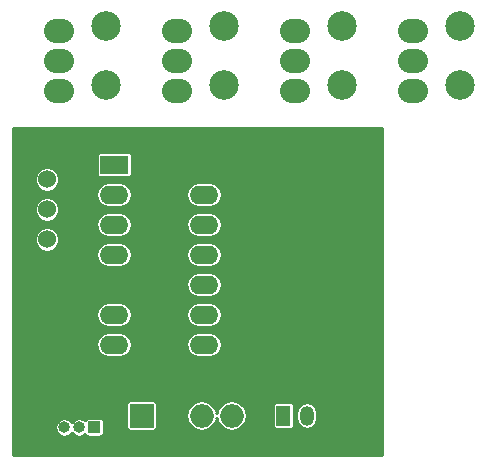
<source format=gbr>
G04 #@! TF.FileFunction,Copper,L2,Bot,Signal*
%FSLAX46Y46*%
G04 Gerber Fmt 4.6, Leading zero omitted, Abs format (unit mm)*
G04 Created by KiCad (PCBNEW 4.0.6) date Mon Jun  5 21:20:38 2017*
%MOMM*%
%LPD*%
G01*
G04 APERTURE LIST*
%ADD10C,0.100000*%
%ADD11C,2.500000*%
%ADD12O,1.998980X1.998980*%
%ADD13R,1.998980X1.998980*%
%ADD14R,1.000000X1.000000*%
%ADD15O,1.000000X1.000000*%
%ADD16R,1.200000X1.700000*%
%ADD17O,1.200000X1.700000*%
%ADD18O,2.540000X2.032000*%
%ADD19C,1.524000*%
%ADD20R,2.400000X1.600000*%
%ADD21O,2.400000X1.600000*%
%ADD22C,0.685800*%
%ADD23C,0.254000*%
G04 APERTURE END LIST*
D10*
D11*
X185000000Y-60000000D03*
X195000000Y-60000000D03*
X205000000Y-60000000D03*
X215000000Y-60000000D03*
D12*
X195620000Y-93000000D03*
D13*
X188000000Y-93000000D03*
D12*
X190540000Y-93000000D03*
X193080000Y-93000000D03*
D14*
X184000000Y-94000000D03*
D15*
X182730000Y-94000000D03*
X181460000Y-94000000D03*
X180190000Y-94000000D03*
D16*
X200000000Y-93000000D03*
D17*
X202000000Y-93000000D03*
D18*
X181000000Y-63000000D03*
X181000000Y-60460000D03*
X181000000Y-65540000D03*
X191000000Y-63000000D03*
X191000000Y-60460000D03*
X191000000Y-65540000D03*
X201000000Y-63000000D03*
X201000000Y-60460000D03*
X201000000Y-65540000D03*
X211000000Y-63000000D03*
X211000000Y-60460000D03*
X211000000Y-65540000D03*
D19*
X180000000Y-75540000D03*
X180000000Y-78080000D03*
X180000000Y-73000000D03*
D20*
X185674000Y-71755000D03*
D21*
X193294000Y-86995000D03*
X185674000Y-74295000D03*
X193294000Y-84455000D03*
X185674000Y-76835000D03*
X193294000Y-81915000D03*
X185674000Y-79375000D03*
X193294000Y-79375000D03*
X185674000Y-81915000D03*
X193294000Y-76835000D03*
X185674000Y-84455000D03*
X193294000Y-74295000D03*
X185674000Y-86995000D03*
X193294000Y-71755000D03*
D11*
X215000000Y-65000000D03*
X205000000Y-65000000D03*
X195000000Y-65000000D03*
X185000000Y-65000000D03*
D22*
X191000000Y-91000000D03*
X205500000Y-71500000D03*
X204500000Y-79500000D03*
X204000000Y-85000000D03*
X178500000Y-91000000D03*
X179000000Y-94000000D03*
X197000000Y-85000000D03*
D23*
X190540000Y-91460000D02*
X191000000Y-91000000D01*
X190540000Y-93000000D02*
X190540000Y-91460000D01*
X177127000Y-68627000D02*
X208373000Y-68627000D01*
X177127000Y-68830200D02*
X208373000Y-68830200D01*
X177127000Y-69033400D02*
X208373000Y-69033400D01*
X177127000Y-69236600D02*
X208373000Y-69236600D01*
X177127000Y-69439800D02*
X208373000Y-69439800D01*
X177127000Y-69643000D02*
X208373000Y-69643000D01*
X177127000Y-69846200D02*
X208373000Y-69846200D01*
X177127000Y-70049400D02*
X208373000Y-70049400D01*
X177127000Y-70252600D02*
X208373000Y-70252600D01*
X177127000Y-70455800D02*
X208373000Y-70455800D01*
X177127000Y-70659000D02*
X208373000Y-70659000D01*
X177127000Y-70862200D02*
X184207920Y-70862200D01*
X187141412Y-70862200D02*
X208373000Y-70862200D01*
X177127000Y-71065400D02*
X184189127Y-71065400D01*
X187158873Y-71065400D02*
X208373000Y-71065400D01*
X177127000Y-71268600D02*
X184189127Y-71268600D01*
X187158873Y-71268600D02*
X208373000Y-71268600D01*
X177127000Y-71471800D02*
X184189127Y-71471800D01*
X187158873Y-71471800D02*
X208373000Y-71471800D01*
X177127000Y-71675000D02*
X184189127Y-71675000D01*
X187158873Y-71675000D02*
X208373000Y-71675000D01*
X177127000Y-71878200D02*
X184189127Y-71878200D01*
X187158873Y-71878200D02*
X208373000Y-71878200D01*
X177127000Y-72081400D02*
X179496127Y-72081400D01*
X180503355Y-72081400D02*
X184189127Y-72081400D01*
X187158873Y-72081400D02*
X208373000Y-72081400D01*
X177127000Y-72284600D02*
X179242601Y-72284600D01*
X180757327Y-72284600D02*
X184189127Y-72284600D01*
X187158873Y-72284600D02*
X208373000Y-72284600D01*
X177127000Y-72487800D02*
X179085073Y-72487800D01*
X180915160Y-72487800D02*
X184189127Y-72487800D01*
X187158873Y-72487800D02*
X208373000Y-72487800D01*
X177127000Y-72691000D02*
X179000697Y-72691000D01*
X180999120Y-72691000D02*
X184229497Y-72691000D01*
X187119232Y-72691000D02*
X208373000Y-72691000D01*
X177127000Y-72894200D02*
X178958692Y-72894200D01*
X181041492Y-72894200D02*
X208373000Y-72894200D01*
X177127000Y-73097400D02*
X178958515Y-73097400D01*
X181041315Y-73097400D02*
X208373000Y-73097400D01*
X177127000Y-73300600D02*
X178997409Y-73300600D01*
X181002791Y-73300600D02*
X184827705Y-73300600D01*
X186520296Y-73300600D02*
X192447705Y-73300600D01*
X194140296Y-73300600D02*
X208373000Y-73300600D01*
X177127000Y-73503800D02*
X179081369Y-73503800D01*
X180918415Y-73503800D02*
X184523595Y-73503800D01*
X186824406Y-73503800D02*
X192143595Y-73503800D01*
X194444406Y-73503800D02*
X208373000Y-73503800D01*
X177127000Y-73707000D02*
X179234288Y-73707000D01*
X180765813Y-73707000D02*
X184364667Y-73707000D01*
X186983334Y-73707000D02*
X191984667Y-73707000D01*
X194603334Y-73707000D02*
X208373000Y-73707000D01*
X177127000Y-73910200D02*
X179476415Y-73910200D01*
X180524203Y-73910200D02*
X184242159Y-73910200D01*
X187105842Y-73910200D02*
X191862159Y-73910200D01*
X194725842Y-73910200D02*
X208373000Y-73910200D01*
X177127000Y-74113400D02*
X184201740Y-74113400D01*
X187146261Y-74113400D02*
X191821740Y-74113400D01*
X194766261Y-74113400D02*
X208373000Y-74113400D01*
X177127000Y-74316600D02*
X184169913Y-74316600D01*
X187178086Y-74316600D02*
X191789913Y-74316600D01*
X194798086Y-74316600D02*
X208373000Y-74316600D01*
X177127000Y-74519800D02*
X179742019Y-74519800D01*
X180258676Y-74519800D02*
X184210332Y-74519800D01*
X187137667Y-74519800D02*
X191830332Y-74519800D01*
X194757667Y-74519800D02*
X208373000Y-74519800D01*
X177127000Y-74723000D02*
X179344379Y-74723000D01*
X180655904Y-74723000D02*
X184257758Y-74723000D01*
X187090241Y-74723000D02*
X191877758Y-74723000D01*
X194710241Y-74723000D02*
X208373000Y-74723000D01*
X177127000Y-74926200D02*
X179140824Y-74926200D01*
X180858749Y-74926200D02*
X184393532Y-74926200D01*
X186954467Y-74926200D02*
X192013532Y-74926200D01*
X194574467Y-74926200D02*
X208373000Y-74926200D01*
X177127000Y-75129400D02*
X179042885Y-75129400D01*
X180957140Y-75129400D02*
X184588247Y-75129400D01*
X186759752Y-75129400D02*
X192208247Y-75129400D01*
X194379752Y-75129400D02*
X208373000Y-75129400D01*
X177127000Y-75332600D02*
X178958781Y-75332600D01*
X181041100Y-75332600D02*
X185034873Y-75332600D01*
X186313126Y-75332600D02*
X192654873Y-75332600D01*
X193933126Y-75332600D02*
X208373000Y-75332600D01*
X177127000Y-75535800D02*
X178958604Y-75535800D01*
X181041403Y-75535800D02*
X208373000Y-75535800D01*
X177127000Y-75739000D02*
X178958427Y-75739000D01*
X181041226Y-75739000D02*
X208373000Y-75739000D01*
X177127000Y-75942200D02*
X179039389Y-75942200D01*
X180960603Y-75942200D02*
X184675650Y-75942200D01*
X186672351Y-75942200D02*
X192295650Y-75942200D01*
X194292351Y-75942200D02*
X208373000Y-75942200D01*
X177127000Y-76145400D02*
X179132865Y-76145400D01*
X180867591Y-76145400D02*
X184432554Y-76145400D01*
X186915447Y-76145400D02*
X192052554Y-76145400D01*
X194535447Y-76145400D02*
X208373000Y-76145400D01*
X177127000Y-76348600D02*
X179335711Y-76348600D01*
X180664036Y-76348600D02*
X184296780Y-76348600D01*
X187051221Y-76348600D02*
X191916780Y-76348600D01*
X194671221Y-76348600D02*
X208373000Y-76348600D01*
X177127000Y-76551800D02*
X179721095Y-76551800D01*
X180278311Y-76551800D02*
X184221949Y-76551800D01*
X187126052Y-76551800D02*
X191841949Y-76551800D01*
X194746052Y-76551800D02*
X208373000Y-76551800D01*
X177127000Y-76755000D02*
X184181530Y-76755000D01*
X187166471Y-76755000D02*
X191801530Y-76755000D01*
X194786471Y-76755000D02*
X208373000Y-76755000D01*
X177127000Y-76958200D02*
X184190122Y-76958200D01*
X187157877Y-76958200D02*
X191810122Y-76958200D01*
X194777877Y-76958200D02*
X208373000Y-76958200D01*
X177127000Y-77161400D02*
X179496127Y-77161400D01*
X180503355Y-77161400D02*
X184230541Y-77161400D01*
X187117458Y-77161400D02*
X191850541Y-77161400D01*
X194737458Y-77161400D02*
X208373000Y-77161400D01*
X177127000Y-77364600D02*
X179242601Y-77364600D01*
X180757327Y-77364600D02*
X184325645Y-77364600D01*
X187022354Y-77364600D02*
X191945645Y-77364600D01*
X194642354Y-77364600D02*
X208373000Y-77364600D01*
X177127000Y-77567800D02*
X179085073Y-77567800D01*
X180915160Y-77567800D02*
X184461419Y-77567800D01*
X186886580Y-77567800D02*
X192081419Y-77567800D01*
X194506580Y-77567800D02*
X208373000Y-77567800D01*
X177127000Y-77771000D02*
X179000697Y-77771000D01*
X180999120Y-77771000D02*
X184740302Y-77771000D01*
X186607697Y-77771000D02*
X192360302Y-77771000D01*
X194227697Y-77771000D02*
X208373000Y-77771000D01*
X177127000Y-77974200D02*
X178958692Y-77974200D01*
X181041492Y-77974200D02*
X208373000Y-77974200D01*
X177127000Y-78177400D02*
X178958515Y-78177400D01*
X181041315Y-78177400D02*
X208373000Y-78177400D01*
X177127000Y-78380600D02*
X178997409Y-78380600D01*
X181002791Y-78380600D02*
X184827705Y-78380600D01*
X186520296Y-78380600D02*
X192447705Y-78380600D01*
X194140296Y-78380600D02*
X208373000Y-78380600D01*
X177127000Y-78583800D02*
X179081369Y-78583800D01*
X180918415Y-78583800D02*
X184523595Y-78583800D01*
X186824406Y-78583800D02*
X192143595Y-78583800D01*
X194444406Y-78583800D02*
X208373000Y-78583800D01*
X177127000Y-78787000D02*
X179234288Y-78787000D01*
X180765813Y-78787000D02*
X184364667Y-78787000D01*
X186983334Y-78787000D02*
X191984667Y-78787000D01*
X194603334Y-78787000D02*
X208373000Y-78787000D01*
X177127000Y-78990200D02*
X179476415Y-78990200D01*
X180524203Y-78990200D02*
X184242159Y-78990200D01*
X187105842Y-78990200D02*
X191862159Y-78990200D01*
X194725842Y-78990200D02*
X208373000Y-78990200D01*
X177127000Y-79193400D02*
X184201740Y-79193400D01*
X187146261Y-79193400D02*
X191821740Y-79193400D01*
X194766261Y-79193400D02*
X208373000Y-79193400D01*
X177127000Y-79396600D02*
X184169913Y-79396600D01*
X187178086Y-79396600D02*
X191789913Y-79396600D01*
X194798086Y-79396600D02*
X208373000Y-79396600D01*
X177127000Y-79599800D02*
X184210332Y-79599800D01*
X187137667Y-79599800D02*
X191830332Y-79599800D01*
X194757667Y-79599800D02*
X208373000Y-79599800D01*
X177127000Y-79803000D02*
X184257758Y-79803000D01*
X187090241Y-79803000D02*
X191877758Y-79803000D01*
X194710241Y-79803000D02*
X208373000Y-79803000D01*
X177127000Y-80006200D02*
X184393532Y-80006200D01*
X186954467Y-80006200D02*
X192013532Y-80006200D01*
X194574467Y-80006200D02*
X208373000Y-80006200D01*
X177127000Y-80209400D02*
X184588247Y-80209400D01*
X186759752Y-80209400D02*
X192208247Y-80209400D01*
X194379752Y-80209400D02*
X208373000Y-80209400D01*
X177127000Y-80412600D02*
X185034873Y-80412600D01*
X186313126Y-80412600D02*
X192654873Y-80412600D01*
X193933126Y-80412600D02*
X208373000Y-80412600D01*
X177127000Y-80615800D02*
X208373000Y-80615800D01*
X177127000Y-80819000D02*
X208373000Y-80819000D01*
X177127000Y-81022200D02*
X192295650Y-81022200D01*
X194292351Y-81022200D02*
X208373000Y-81022200D01*
X177127000Y-81225400D02*
X192052554Y-81225400D01*
X194535447Y-81225400D02*
X208373000Y-81225400D01*
X177127000Y-81428600D02*
X191916780Y-81428600D01*
X194671221Y-81428600D02*
X208373000Y-81428600D01*
X177127000Y-81631800D02*
X191841949Y-81631800D01*
X194746052Y-81631800D02*
X208373000Y-81631800D01*
X177127000Y-81835000D02*
X191801530Y-81835000D01*
X194786471Y-81835000D02*
X208373000Y-81835000D01*
X177127000Y-82038200D02*
X191810122Y-82038200D01*
X194777877Y-82038200D02*
X208373000Y-82038200D01*
X177127000Y-82241400D02*
X191850541Y-82241400D01*
X194737458Y-82241400D02*
X208373000Y-82241400D01*
X177127000Y-82444600D02*
X191945645Y-82444600D01*
X194642354Y-82444600D02*
X208373000Y-82444600D01*
X177127000Y-82647800D02*
X192081419Y-82647800D01*
X194506580Y-82647800D02*
X208373000Y-82647800D01*
X177127000Y-82851000D02*
X192360302Y-82851000D01*
X194227697Y-82851000D02*
X208373000Y-82851000D01*
X177127000Y-83054200D02*
X208373000Y-83054200D01*
X177127000Y-83257400D02*
X208373000Y-83257400D01*
X177127000Y-83460600D02*
X184827705Y-83460600D01*
X186520296Y-83460600D02*
X192447705Y-83460600D01*
X194140296Y-83460600D02*
X208373000Y-83460600D01*
X177127000Y-83663800D02*
X184523595Y-83663800D01*
X186824406Y-83663800D02*
X192143595Y-83663800D01*
X194444406Y-83663800D02*
X208373000Y-83663800D01*
X177127000Y-83867000D02*
X184364667Y-83867000D01*
X186983334Y-83867000D02*
X191984667Y-83867000D01*
X194603334Y-83867000D02*
X208373000Y-83867000D01*
X177127000Y-84070200D02*
X184242159Y-84070200D01*
X187105842Y-84070200D02*
X191862159Y-84070200D01*
X194725842Y-84070200D02*
X208373000Y-84070200D01*
X177127000Y-84273400D02*
X184201740Y-84273400D01*
X187146261Y-84273400D02*
X191821740Y-84273400D01*
X194766261Y-84273400D02*
X208373000Y-84273400D01*
X177127000Y-84476600D02*
X184169913Y-84476600D01*
X187178086Y-84476600D02*
X191789913Y-84476600D01*
X194798086Y-84476600D02*
X208373000Y-84476600D01*
X177127000Y-84679800D02*
X184210332Y-84679800D01*
X187137667Y-84679800D02*
X191830332Y-84679800D01*
X194757667Y-84679800D02*
X208373000Y-84679800D01*
X177127000Y-84883000D02*
X184257758Y-84883000D01*
X187090241Y-84883000D02*
X191877758Y-84883000D01*
X194710241Y-84883000D02*
X208373000Y-84883000D01*
X177127000Y-85086200D02*
X184393532Y-85086200D01*
X186954467Y-85086200D02*
X192013532Y-85086200D01*
X194574467Y-85086200D02*
X208373000Y-85086200D01*
X177127000Y-85289400D02*
X184588247Y-85289400D01*
X186759752Y-85289400D02*
X192208247Y-85289400D01*
X194379752Y-85289400D02*
X208373000Y-85289400D01*
X177127000Y-85492600D02*
X185034873Y-85492600D01*
X186313126Y-85492600D02*
X192654873Y-85492600D01*
X193933126Y-85492600D02*
X208373000Y-85492600D01*
X177127000Y-85695800D02*
X208373000Y-85695800D01*
X177127000Y-85899000D02*
X208373000Y-85899000D01*
X177127000Y-86102200D02*
X184675650Y-86102200D01*
X186672351Y-86102200D02*
X192295650Y-86102200D01*
X194292351Y-86102200D02*
X208373000Y-86102200D01*
X177127000Y-86305400D02*
X184432554Y-86305400D01*
X186915447Y-86305400D02*
X192052554Y-86305400D01*
X194535447Y-86305400D02*
X208373000Y-86305400D01*
X177127000Y-86508600D02*
X184296780Y-86508600D01*
X187051221Y-86508600D02*
X191916780Y-86508600D01*
X194671221Y-86508600D02*
X208373000Y-86508600D01*
X177127000Y-86711800D02*
X184221949Y-86711800D01*
X187126052Y-86711800D02*
X191841949Y-86711800D01*
X194746052Y-86711800D02*
X208373000Y-86711800D01*
X177127000Y-86915000D02*
X184181530Y-86915000D01*
X187166471Y-86915000D02*
X191801530Y-86915000D01*
X194786471Y-86915000D02*
X208373000Y-86915000D01*
X177127000Y-87118200D02*
X184190122Y-87118200D01*
X187157877Y-87118200D02*
X191810122Y-87118200D01*
X194777877Y-87118200D02*
X208373000Y-87118200D01*
X177127000Y-87321400D02*
X184230541Y-87321400D01*
X187117458Y-87321400D02*
X191850541Y-87321400D01*
X194737458Y-87321400D02*
X208373000Y-87321400D01*
X177127000Y-87524600D02*
X184325645Y-87524600D01*
X187022354Y-87524600D02*
X191945645Y-87524600D01*
X194642354Y-87524600D02*
X208373000Y-87524600D01*
X177127000Y-87727800D02*
X184461419Y-87727800D01*
X186886580Y-87727800D02*
X192081419Y-87727800D01*
X194506580Y-87727800D02*
X208373000Y-87727800D01*
X177127000Y-87931000D02*
X184740302Y-87931000D01*
X186607697Y-87931000D02*
X192360302Y-87931000D01*
X194227697Y-87931000D02*
X208373000Y-87931000D01*
X177127000Y-88134200D02*
X208373000Y-88134200D01*
X177127000Y-88337400D02*
X208373000Y-88337400D01*
X177127000Y-88540600D02*
X208373000Y-88540600D01*
X177127000Y-88743800D02*
X208373000Y-88743800D01*
X177127000Y-88947000D02*
X208373000Y-88947000D01*
X177127000Y-89150200D02*
X208373000Y-89150200D01*
X177127000Y-89353400D02*
X208373000Y-89353400D01*
X177127000Y-89556600D02*
X208373000Y-89556600D01*
X177127000Y-89759800D02*
X208373000Y-89759800D01*
X177127000Y-89963000D02*
X208373000Y-89963000D01*
X177127000Y-90166200D02*
X208373000Y-90166200D01*
X177127000Y-90369400D02*
X208373000Y-90369400D01*
X177127000Y-90572600D02*
X208373000Y-90572600D01*
X177127000Y-90775800D02*
X208373000Y-90775800D01*
X177127000Y-90979000D02*
X208373000Y-90979000D01*
X177127000Y-91182200D02*
X208373000Y-91182200D01*
X177127000Y-91385400D02*
X208373000Y-91385400D01*
X177127000Y-91588600D02*
X208373000Y-91588600D01*
X177127000Y-91791800D02*
X186808887Y-91791800D01*
X189188943Y-91791800D02*
X192699564Y-91791800D01*
X193460437Y-91791800D02*
X195239564Y-91791800D01*
X196000437Y-91791800D02*
X208373000Y-91791800D01*
X177127000Y-91995000D02*
X186716753Y-91995000D01*
X189283327Y-91995000D02*
X192301324Y-91995000D01*
X193858677Y-91995000D02*
X194841324Y-91995000D01*
X196398677Y-91995000D02*
X199167750Y-91995000D01*
X200832277Y-91995000D02*
X201544360Y-91995000D01*
X202455641Y-91995000D02*
X208373000Y-91995000D01*
X177127000Y-92198200D02*
X186715637Y-92198200D01*
X189284363Y-92198200D02*
X192082137Y-92198200D01*
X194077864Y-92198200D02*
X194622137Y-92198200D01*
X196617865Y-92198200D02*
X199115127Y-92198200D01*
X200884873Y-92198200D02*
X201316594Y-92198200D01*
X202683407Y-92198200D02*
X208373000Y-92198200D01*
X177127000Y-92401400D02*
X186715637Y-92401400D01*
X189284363Y-92401400D02*
X191946364Y-92401400D01*
X194213637Y-92401400D02*
X194486364Y-92401400D01*
X196753638Y-92401400D02*
X199115127Y-92401400D01*
X200884873Y-92401400D02*
X201185540Y-92401400D01*
X202814461Y-92401400D02*
X208373000Y-92401400D01*
X177127000Y-92604600D02*
X186715637Y-92604600D01*
X189284363Y-92604600D02*
X191854706Y-92604600D01*
X194305295Y-92604600D02*
X194394706Y-92604600D01*
X196845295Y-92604600D02*
X199115127Y-92604600D01*
X200884873Y-92604600D02*
X201145121Y-92604600D01*
X202854880Y-92604600D02*
X208373000Y-92604600D01*
X177127000Y-92807800D02*
X186715637Y-92807800D01*
X189284363Y-92807800D02*
X191814287Y-92807800D01*
X194345715Y-92807800D02*
X194354286Y-92807800D01*
X196885714Y-92807800D02*
X199115127Y-92807800D01*
X200884873Y-92807800D02*
X201120600Y-92807800D01*
X202879400Y-92807800D02*
X208373000Y-92807800D01*
X177127000Y-93011000D02*
X186715637Y-93011000D01*
X189284363Y-93011000D02*
X191778243Y-93011000D01*
X196921756Y-93011000D02*
X199115127Y-93011000D01*
X200884873Y-93011000D02*
X201120600Y-93011000D01*
X202879400Y-93011000D02*
X208373000Y-93011000D01*
X177127000Y-93214200D02*
X181415413Y-93214200D01*
X181504588Y-93214200D02*
X182685413Y-93214200D01*
X182774588Y-93214200D02*
X186715637Y-93214200D01*
X189284363Y-93214200D02*
X191818662Y-93214200D01*
X194341337Y-93214200D02*
X194358662Y-93214200D01*
X196881337Y-93214200D02*
X199115127Y-93214200D01*
X200884873Y-93214200D02*
X201120600Y-93214200D01*
X202879400Y-93214200D02*
X208373000Y-93214200D01*
X177127000Y-93417400D02*
X180933144Y-93417400D01*
X181986857Y-93417400D02*
X182203144Y-93417400D01*
X184769331Y-93417400D02*
X186715637Y-93417400D01*
X189284363Y-93417400D02*
X191859081Y-93417400D01*
X194300918Y-93417400D02*
X194399081Y-93417400D01*
X196840918Y-93417400D02*
X199115127Y-93417400D01*
X200884873Y-93417400D02*
X201149496Y-93417400D01*
X202850503Y-93417400D02*
X208373000Y-93417400D01*
X177127000Y-93620600D02*
X180783940Y-93620600D01*
X184784873Y-93620600D02*
X186715637Y-93620600D01*
X189284363Y-93620600D02*
X191961063Y-93620600D01*
X194198936Y-93620600D02*
X194501063Y-93620600D01*
X196738936Y-93620600D02*
X199115127Y-93620600D01*
X200884873Y-93620600D02*
X201195519Y-93620600D01*
X202804480Y-93620600D02*
X208373000Y-93620600D01*
X177127000Y-93823800D02*
X180712612Y-93823800D01*
X184784873Y-93823800D02*
X186715637Y-93823800D01*
X189284363Y-93823800D02*
X192096836Y-93823800D01*
X194063163Y-93823800D02*
X194636836Y-93823800D01*
X196603163Y-93823800D02*
X199115127Y-93823800D01*
X200884873Y-93823800D02*
X201331293Y-93823800D01*
X202668706Y-93823800D02*
X208373000Y-93823800D01*
X177127000Y-94027000D02*
X180682933Y-94027000D01*
X184784873Y-94027000D02*
X186720813Y-94027000D01*
X189278792Y-94027000D02*
X192334249Y-94027000D01*
X193825750Y-94027000D02*
X194874249Y-94027000D01*
X196365750Y-94027000D02*
X199181879Y-94027000D01*
X200817218Y-94027000D02*
X201577284Y-94027000D01*
X202422715Y-94027000D02*
X208373000Y-94027000D01*
X177127000Y-94230200D02*
X180723352Y-94230200D01*
X184784873Y-94230200D02*
X186843255Y-94230200D01*
X189156924Y-94230200D02*
X192810164Y-94230200D01*
X193349835Y-94230200D02*
X195350164Y-94230200D01*
X195889835Y-94230200D02*
X208373000Y-94230200D01*
X177127000Y-94433400D02*
X180820021Y-94433400D01*
X184784873Y-94433400D02*
X208373000Y-94433400D01*
X177127000Y-94636600D02*
X181013960Y-94636600D01*
X181906039Y-94636600D02*
X182283960Y-94636600D01*
X183176039Y-94636600D02*
X183255883Y-94636600D01*
X184744822Y-94636600D02*
X208373000Y-94636600D01*
X177127000Y-94839800D02*
X208373000Y-94839800D01*
X177127000Y-95043000D02*
X208373000Y-95043000D01*
X177127000Y-95246200D02*
X208373000Y-95246200D01*
X177127000Y-95449400D02*
X208373000Y-95449400D01*
X177127000Y-95652600D02*
X208373000Y-95652600D01*
X177127000Y-95855800D02*
X208373000Y-95855800D01*
X177127000Y-96059000D02*
X208373000Y-96059000D01*
X177127000Y-96262200D02*
X208373000Y-96262200D01*
X208373000Y-96373000D02*
X177127000Y-96373000D01*
X177127000Y-93984731D01*
X180680600Y-93984731D01*
X180680600Y-94015269D01*
X180739928Y-94313532D01*
X180908881Y-94566388D01*
X181161737Y-94735341D01*
X181460000Y-94794669D01*
X181758263Y-94735341D01*
X182011119Y-94566388D01*
X182095000Y-94440851D01*
X182178881Y-94566388D01*
X182431737Y-94735341D01*
X182730000Y-94794669D01*
X183028263Y-94735341D01*
X183233594Y-94598143D01*
X183234609Y-94603539D01*
X183295801Y-94698634D01*
X183389168Y-94762429D01*
X183500000Y-94784873D01*
X184500000Y-94784873D01*
X184603539Y-94765391D01*
X184698634Y-94704199D01*
X184762429Y-94610832D01*
X184784873Y-94500000D01*
X184784873Y-93500000D01*
X184765391Y-93396461D01*
X184704199Y-93301366D01*
X184610832Y-93237571D01*
X184500000Y-93215127D01*
X183500000Y-93215127D01*
X183396461Y-93234609D01*
X183301366Y-93295801D01*
X183237571Y-93389168D01*
X183234834Y-93402685D01*
X183028263Y-93264659D01*
X182730000Y-93205331D01*
X182431737Y-93264659D01*
X182178881Y-93433612D01*
X182095000Y-93559149D01*
X182011119Y-93433612D01*
X181758263Y-93264659D01*
X181460000Y-93205331D01*
X181161737Y-93264659D01*
X180908881Y-93433612D01*
X180739928Y-93686468D01*
X180680600Y-93984731D01*
X177127000Y-93984731D01*
X177127000Y-92000510D01*
X186715637Y-92000510D01*
X186715637Y-93999490D01*
X186735119Y-94103029D01*
X186796311Y-94198124D01*
X186889678Y-94261919D01*
X187000510Y-94284363D01*
X188999490Y-94284363D01*
X189103029Y-94264881D01*
X189198124Y-94203689D01*
X189261919Y-94110322D01*
X189284363Y-93999490D01*
X189284363Y-93000000D01*
X191776055Y-93000000D01*
X191873405Y-93489410D01*
X192150633Y-93904312D01*
X192565535Y-94181540D01*
X193054945Y-94278890D01*
X193105055Y-94278890D01*
X193594465Y-94181540D01*
X194009367Y-93904312D01*
X194286595Y-93489410D01*
X194350000Y-93170653D01*
X194413405Y-93489410D01*
X194690633Y-93904312D01*
X195105535Y-94181540D01*
X195594945Y-94278890D01*
X195645055Y-94278890D01*
X196134465Y-94181540D01*
X196549367Y-93904312D01*
X196826595Y-93489410D01*
X196923945Y-93000000D01*
X196826595Y-92510590D01*
X196585658Y-92150000D01*
X199115127Y-92150000D01*
X199115127Y-93850000D01*
X199134609Y-93953539D01*
X199195801Y-94048634D01*
X199289168Y-94112429D01*
X199400000Y-94134873D01*
X200600000Y-94134873D01*
X200703539Y-94115391D01*
X200798634Y-94054199D01*
X200862429Y-93960832D01*
X200884873Y-93850000D01*
X200884873Y-92727874D01*
X201120600Y-92727874D01*
X201120600Y-93272126D01*
X201187540Y-93608658D01*
X201378170Y-93893956D01*
X201663468Y-94084586D01*
X202000000Y-94151526D01*
X202336532Y-94084586D01*
X202621830Y-93893956D01*
X202812460Y-93608658D01*
X202879400Y-93272126D01*
X202879400Y-92727874D01*
X202812460Y-92391342D01*
X202621830Y-92106044D01*
X202336532Y-91915414D01*
X202000000Y-91848474D01*
X201663468Y-91915414D01*
X201378170Y-92106044D01*
X201187540Y-92391342D01*
X201120600Y-92727874D01*
X200884873Y-92727874D01*
X200884873Y-92150000D01*
X200865391Y-92046461D01*
X200804199Y-91951366D01*
X200710832Y-91887571D01*
X200600000Y-91865127D01*
X199400000Y-91865127D01*
X199296461Y-91884609D01*
X199201366Y-91945801D01*
X199137571Y-92039168D01*
X199115127Y-92150000D01*
X196585658Y-92150000D01*
X196549367Y-92095688D01*
X196134465Y-91818460D01*
X195645055Y-91721110D01*
X195594945Y-91721110D01*
X195105535Y-91818460D01*
X194690633Y-92095688D01*
X194413405Y-92510590D01*
X194350000Y-92829347D01*
X194286595Y-92510590D01*
X194009367Y-92095688D01*
X193594465Y-91818460D01*
X193105055Y-91721110D01*
X193054945Y-91721110D01*
X192565535Y-91818460D01*
X192150633Y-92095688D01*
X191873405Y-92510590D01*
X191776055Y-93000000D01*
X189284363Y-93000000D01*
X189284363Y-92000510D01*
X189264881Y-91896971D01*
X189203689Y-91801876D01*
X189110322Y-91738081D01*
X188999490Y-91715637D01*
X187000510Y-91715637D01*
X186896971Y-91735119D01*
X186801876Y-91796311D01*
X186738081Y-91889678D01*
X186715637Y-92000510D01*
X177127000Y-92000510D01*
X177127000Y-86995000D01*
X184165617Y-86995000D01*
X184247781Y-87408068D01*
X184481766Y-87758251D01*
X184831949Y-87992236D01*
X185245017Y-88074400D01*
X186102983Y-88074400D01*
X186516051Y-87992236D01*
X186866234Y-87758251D01*
X187100219Y-87408068D01*
X187182383Y-86995000D01*
X191785617Y-86995000D01*
X191867781Y-87408068D01*
X192101766Y-87758251D01*
X192451949Y-87992236D01*
X192865017Y-88074400D01*
X193722983Y-88074400D01*
X194136051Y-87992236D01*
X194486234Y-87758251D01*
X194720219Y-87408068D01*
X194802383Y-86995000D01*
X194720219Y-86581932D01*
X194486234Y-86231749D01*
X194136051Y-85997764D01*
X193722983Y-85915600D01*
X192865017Y-85915600D01*
X192451949Y-85997764D01*
X192101766Y-86231749D01*
X191867781Y-86581932D01*
X191785617Y-86995000D01*
X187182383Y-86995000D01*
X187100219Y-86581932D01*
X186866234Y-86231749D01*
X186516051Y-85997764D01*
X186102983Y-85915600D01*
X185245017Y-85915600D01*
X184831949Y-85997764D01*
X184481766Y-86231749D01*
X184247781Y-86581932D01*
X184165617Y-86995000D01*
X177127000Y-86995000D01*
X177127000Y-84455000D01*
X184165617Y-84455000D01*
X184247781Y-84868068D01*
X184481766Y-85218251D01*
X184831949Y-85452236D01*
X185245017Y-85534400D01*
X186102983Y-85534400D01*
X186516051Y-85452236D01*
X186866234Y-85218251D01*
X187100219Y-84868068D01*
X187182383Y-84455000D01*
X191785617Y-84455000D01*
X191867781Y-84868068D01*
X192101766Y-85218251D01*
X192451949Y-85452236D01*
X192865017Y-85534400D01*
X193722983Y-85534400D01*
X194136051Y-85452236D01*
X194486234Y-85218251D01*
X194720219Y-84868068D01*
X194802383Y-84455000D01*
X194720219Y-84041932D01*
X194486234Y-83691749D01*
X194136051Y-83457764D01*
X193722983Y-83375600D01*
X192865017Y-83375600D01*
X192451949Y-83457764D01*
X192101766Y-83691749D01*
X191867781Y-84041932D01*
X191785617Y-84455000D01*
X187182383Y-84455000D01*
X187100219Y-84041932D01*
X186866234Y-83691749D01*
X186516051Y-83457764D01*
X186102983Y-83375600D01*
X185245017Y-83375600D01*
X184831949Y-83457764D01*
X184481766Y-83691749D01*
X184247781Y-84041932D01*
X184165617Y-84455000D01*
X177127000Y-84455000D01*
X177127000Y-81915000D01*
X191785617Y-81915000D01*
X191867781Y-82328068D01*
X192101766Y-82678251D01*
X192451949Y-82912236D01*
X192865017Y-82994400D01*
X193722983Y-82994400D01*
X194136051Y-82912236D01*
X194486234Y-82678251D01*
X194720219Y-82328068D01*
X194802383Y-81915000D01*
X194720219Y-81501932D01*
X194486234Y-81151749D01*
X194136051Y-80917764D01*
X193722983Y-80835600D01*
X192865017Y-80835600D01*
X192451949Y-80917764D01*
X192101766Y-81151749D01*
X191867781Y-81501932D01*
X191785617Y-81915000D01*
X177127000Y-81915000D01*
X177127000Y-79375000D01*
X184165617Y-79375000D01*
X184247781Y-79788068D01*
X184481766Y-80138251D01*
X184831949Y-80372236D01*
X185245017Y-80454400D01*
X186102983Y-80454400D01*
X186516051Y-80372236D01*
X186866234Y-80138251D01*
X187100219Y-79788068D01*
X187182383Y-79375000D01*
X191785617Y-79375000D01*
X191867781Y-79788068D01*
X192101766Y-80138251D01*
X192451949Y-80372236D01*
X192865017Y-80454400D01*
X193722983Y-80454400D01*
X194136051Y-80372236D01*
X194486234Y-80138251D01*
X194720219Y-79788068D01*
X194802383Y-79375000D01*
X194720219Y-78961932D01*
X194486234Y-78611749D01*
X194136051Y-78377764D01*
X193722983Y-78295600D01*
X192865017Y-78295600D01*
X192451949Y-78377764D01*
X192101766Y-78611749D01*
X191867781Y-78961932D01*
X191785617Y-79375000D01*
X187182383Y-79375000D01*
X187100219Y-78961932D01*
X186866234Y-78611749D01*
X186516051Y-78377764D01*
X186102983Y-78295600D01*
X185245017Y-78295600D01*
X184831949Y-78377764D01*
X184481766Y-78611749D01*
X184247781Y-78961932D01*
X184165617Y-79375000D01*
X177127000Y-79375000D01*
X177127000Y-78286238D01*
X178958420Y-78286238D01*
X179116629Y-78669135D01*
X179409324Y-78962341D01*
X179791944Y-79121219D01*
X180206238Y-79121580D01*
X180589135Y-78963371D01*
X180882341Y-78670676D01*
X181041219Y-78288056D01*
X181041580Y-77873762D01*
X180883371Y-77490865D01*
X180590676Y-77197659D01*
X180208056Y-77038781D01*
X179793762Y-77038420D01*
X179410865Y-77196629D01*
X179117659Y-77489324D01*
X178958781Y-77871944D01*
X178958420Y-78286238D01*
X177127000Y-78286238D01*
X177127000Y-76835000D01*
X184165617Y-76835000D01*
X184247781Y-77248068D01*
X184481766Y-77598251D01*
X184831949Y-77832236D01*
X185245017Y-77914400D01*
X186102983Y-77914400D01*
X186516051Y-77832236D01*
X186866234Y-77598251D01*
X187100219Y-77248068D01*
X187182383Y-76835000D01*
X191785617Y-76835000D01*
X191867781Y-77248068D01*
X192101766Y-77598251D01*
X192451949Y-77832236D01*
X192865017Y-77914400D01*
X193722983Y-77914400D01*
X194136051Y-77832236D01*
X194486234Y-77598251D01*
X194720219Y-77248068D01*
X194802383Y-76835000D01*
X194720219Y-76421932D01*
X194486234Y-76071749D01*
X194136051Y-75837764D01*
X193722983Y-75755600D01*
X192865017Y-75755600D01*
X192451949Y-75837764D01*
X192101766Y-76071749D01*
X191867781Y-76421932D01*
X191785617Y-76835000D01*
X187182383Y-76835000D01*
X187100219Y-76421932D01*
X186866234Y-76071749D01*
X186516051Y-75837764D01*
X186102983Y-75755600D01*
X185245017Y-75755600D01*
X184831949Y-75837764D01*
X184481766Y-76071749D01*
X184247781Y-76421932D01*
X184165617Y-76835000D01*
X177127000Y-76835000D01*
X177127000Y-75746238D01*
X178958420Y-75746238D01*
X179116629Y-76129135D01*
X179409324Y-76422341D01*
X179791944Y-76581219D01*
X180206238Y-76581580D01*
X180589135Y-76423371D01*
X180882341Y-76130676D01*
X181041219Y-75748056D01*
X181041580Y-75333762D01*
X180883371Y-74950865D01*
X180590676Y-74657659D01*
X180208056Y-74498781D01*
X179793762Y-74498420D01*
X179410865Y-74656629D01*
X179117659Y-74949324D01*
X178958781Y-75331944D01*
X178958420Y-75746238D01*
X177127000Y-75746238D01*
X177127000Y-74295000D01*
X184165617Y-74295000D01*
X184247781Y-74708068D01*
X184481766Y-75058251D01*
X184831949Y-75292236D01*
X185245017Y-75374400D01*
X186102983Y-75374400D01*
X186516051Y-75292236D01*
X186866234Y-75058251D01*
X187100219Y-74708068D01*
X187182383Y-74295000D01*
X191785617Y-74295000D01*
X191867781Y-74708068D01*
X192101766Y-75058251D01*
X192451949Y-75292236D01*
X192865017Y-75374400D01*
X193722983Y-75374400D01*
X194136051Y-75292236D01*
X194486234Y-75058251D01*
X194720219Y-74708068D01*
X194802383Y-74295000D01*
X194720219Y-73881932D01*
X194486234Y-73531749D01*
X194136051Y-73297764D01*
X193722983Y-73215600D01*
X192865017Y-73215600D01*
X192451949Y-73297764D01*
X192101766Y-73531749D01*
X191867781Y-73881932D01*
X191785617Y-74295000D01*
X187182383Y-74295000D01*
X187100219Y-73881932D01*
X186866234Y-73531749D01*
X186516051Y-73297764D01*
X186102983Y-73215600D01*
X185245017Y-73215600D01*
X184831949Y-73297764D01*
X184481766Y-73531749D01*
X184247781Y-73881932D01*
X184165617Y-74295000D01*
X177127000Y-74295000D01*
X177127000Y-73206238D01*
X178958420Y-73206238D01*
X179116629Y-73589135D01*
X179409324Y-73882341D01*
X179791944Y-74041219D01*
X180206238Y-74041580D01*
X180589135Y-73883371D01*
X180882341Y-73590676D01*
X181041219Y-73208056D01*
X181041580Y-72793762D01*
X180883371Y-72410865D01*
X180590676Y-72117659D01*
X180208056Y-71958781D01*
X179793762Y-71958420D01*
X179410865Y-72116629D01*
X179117659Y-72409324D01*
X178958781Y-72791944D01*
X178958420Y-73206238D01*
X177127000Y-73206238D01*
X177127000Y-70955000D01*
X184189127Y-70955000D01*
X184189127Y-72555000D01*
X184208609Y-72658539D01*
X184269801Y-72753634D01*
X184363168Y-72817429D01*
X184474000Y-72839873D01*
X186874000Y-72839873D01*
X186977539Y-72820391D01*
X187072634Y-72759199D01*
X187136429Y-72665832D01*
X187158873Y-72555000D01*
X187158873Y-70955000D01*
X187139391Y-70851461D01*
X187078199Y-70756366D01*
X186984832Y-70692571D01*
X186874000Y-70670127D01*
X184474000Y-70670127D01*
X184370461Y-70689609D01*
X184275366Y-70750801D01*
X184211571Y-70844168D01*
X184189127Y-70955000D01*
X177127000Y-70955000D01*
X177127000Y-68627000D01*
X208373000Y-68627000D01*
X208373000Y-96373000D01*
M02*

</source>
